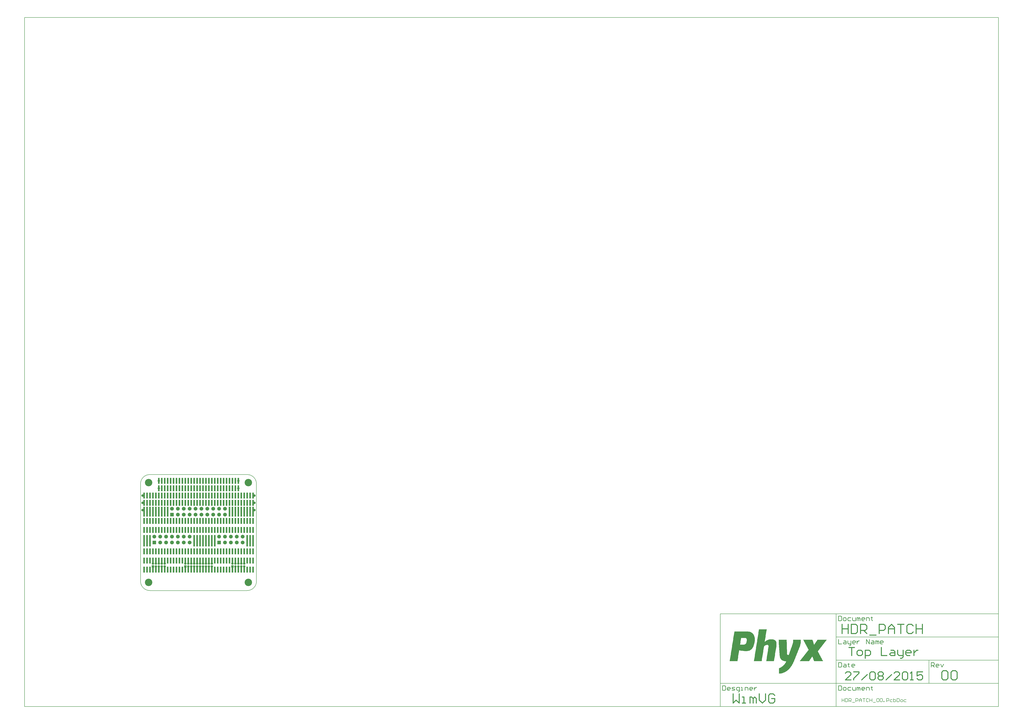
<source format=gtl>
G04 Layer_Physical_Order=1*
G04 Layer_Color=48896*
%FSLAX25Y25*%
%MOIN*%
G70*
G01*
G75*
%ADD10R,0.02953X0.09843*%
%ADD11R,0.02953X0.19685*%
%ADD12R,0.02953X0.16535*%
%ADD13C,0.01575*%
%ADD14R,0.03150X0.04134*%
%ADD15C,0.00787*%
%ADD16C,0.00984*%
%ADD17R,0.04134X0.04134*%
%ADD18C,0.04134*%
%ADD19R,0.06496X0.06496*%
%ADD20C,0.06496*%
%ADD21C,0.12598*%
G36*
X1121080Y-83717D02*
Y-84003D01*
Y-84290D01*
Y-84576D01*
Y-84862D01*
Y-85149D01*
Y-85435D01*
Y-85721D01*
Y-86007D01*
Y-86294D01*
Y-86580D01*
Y-86866D01*
Y-87153D01*
Y-87439D01*
Y-87725D01*
Y-88012D01*
Y-88298D01*
Y-88584D01*
Y-88871D01*
Y-89157D01*
Y-89443D01*
X1120793D01*
Y-89730D01*
Y-90016D01*
Y-90302D01*
Y-90588D01*
Y-90875D01*
X1120507D01*
Y-91161D01*
Y-91448D01*
Y-91734D01*
Y-92020D01*
X1120221D01*
Y-92306D01*
Y-92593D01*
Y-92879D01*
Y-93165D01*
X1119934D01*
Y-93452D01*
Y-93738D01*
Y-94024D01*
X1119648D01*
Y-94311D01*
Y-94597D01*
Y-94883D01*
X1119362D01*
Y-95170D01*
Y-95456D01*
Y-95742D01*
X1119075D01*
Y-96029D01*
Y-96315D01*
Y-96601D01*
X1118789D01*
Y-96887D01*
Y-97174D01*
X1118503D01*
Y-97460D01*
Y-97746D01*
X1118217D01*
Y-98033D01*
Y-98319D01*
Y-98605D01*
X1117930D01*
Y-98892D01*
Y-99178D01*
X1117644D01*
Y-99464D01*
Y-99751D01*
Y-100037D01*
X1117358D01*
Y-100323D01*
Y-100610D01*
X1117071D01*
Y-100896D01*
Y-101182D01*
Y-101468D01*
X1116785D01*
Y-101755D01*
Y-102041D01*
X1116499D01*
Y-102327D01*
Y-102614D01*
Y-102900D01*
X1116212D01*
Y-103186D01*
Y-103473D01*
X1115926D01*
Y-103759D01*
Y-104045D01*
Y-104332D01*
X1115640D01*
Y-104618D01*
Y-104904D01*
X1115353D01*
Y-105191D01*
Y-105477D01*
Y-105763D01*
X1115067D01*
Y-106049D01*
Y-106336D01*
X1114781D01*
Y-106622D01*
Y-106908D01*
Y-107195D01*
X1114494D01*
Y-107481D01*
Y-107767D01*
X1114208D01*
Y-108054D01*
Y-108340D01*
Y-108626D01*
X1113922D01*
Y-108913D01*
Y-109199D01*
X1113636D01*
Y-109485D01*
Y-109772D01*
Y-110058D01*
X1113349D01*
Y-110344D01*
Y-110630D01*
X1113063D01*
Y-110917D01*
Y-111203D01*
Y-111489D01*
X1112776D01*
Y-111776D01*
Y-112062D01*
X1112490D01*
Y-112348D01*
Y-112635D01*
Y-112921D01*
X1112204D01*
Y-113207D01*
Y-113494D01*
X1111918D01*
Y-113780D01*
Y-114066D01*
Y-114353D01*
X1111631D01*
Y-114639D01*
Y-114925D01*
X1111345D01*
Y-115211D01*
Y-115498D01*
Y-115784D01*
X1111059D01*
Y-116070D01*
Y-116357D01*
X1110772D01*
Y-116643D01*
Y-116929D01*
Y-117216D01*
X1110486D01*
Y-117502D01*
Y-117788D01*
X1110200D01*
Y-118075D01*
Y-118361D01*
Y-118647D01*
X1109913D01*
Y-118933D01*
Y-119220D01*
X1109627D01*
Y-119506D01*
Y-119792D01*
Y-120079D01*
X1109341D01*
Y-120365D01*
Y-120651D01*
X1109054D01*
Y-120938D01*
Y-121224D01*
X1108768D01*
Y-121510D01*
Y-121797D01*
X1108482D01*
Y-122083D01*
Y-122369D01*
Y-122656D01*
X1108195D01*
Y-122942D01*
X1107909D01*
Y-123228D01*
Y-123514D01*
Y-123801D01*
X1107623D01*
Y-124087D01*
X1107337D01*
Y-124373D01*
Y-124660D01*
X1107050D01*
Y-124946D01*
Y-125232D01*
X1106764D01*
Y-125519D01*
Y-125805D01*
X1106478D01*
Y-126091D01*
Y-126378D01*
X1106191D01*
Y-126664D01*
X1105905D01*
Y-126950D01*
Y-127237D01*
X1105619D01*
Y-127523D01*
Y-127809D01*
X1105332D01*
Y-128095D01*
X1105046D01*
Y-128382D01*
X1104760D01*
Y-128668D01*
Y-128954D01*
X1104473D01*
Y-129241D01*
X1104187D01*
Y-129527D01*
Y-129813D01*
X1103901D01*
Y-130100D01*
X1103615D01*
Y-130386D01*
X1103328D01*
Y-130672D01*
Y-130959D01*
X1103042D01*
Y-131245D01*
X1102756D01*
Y-131531D01*
X1102469D01*
Y-131818D01*
X1102183D01*
Y-132104D01*
X1101897D01*
Y-132390D01*
Y-132676D01*
X1101610D01*
Y-132963D01*
X1101324D01*
Y-133249D01*
X1101038D01*
Y-133535D01*
X1100751D01*
Y-133822D01*
X1100465D01*
Y-134108D01*
X1100179D01*
Y-134394D01*
X1099892D01*
Y-134681D01*
X1099320D01*
Y-134967D01*
X1099034D01*
Y-135253D01*
X1098747D01*
Y-135540D01*
X1098461D01*
Y-135826D01*
X1098175D01*
Y-136112D01*
X1097602D01*
Y-136399D01*
X1097316D01*
Y-136685D01*
X1096743D01*
Y-136971D01*
X1096457D01*
Y-137258D01*
X1095884D01*
Y-137544D01*
X1095598D01*
Y-137830D01*
X1095025D01*
Y-138117D01*
X1094452D01*
Y-138403D01*
X1093880D01*
Y-138689D01*
X1093307D01*
Y-138975D01*
X1092735D01*
Y-139262D01*
X1091876D01*
Y-139548D01*
X1091303D01*
Y-139834D01*
X1090444D01*
Y-140121D01*
X1089299D01*
Y-140407D01*
X1088154D01*
Y-140693D01*
X1086436D01*
Y-140980D01*
X1084432D01*
Y-141266D01*
X1084145D01*
Y-140980D01*
Y-140693D01*
Y-140407D01*
Y-140121D01*
Y-139834D01*
Y-139548D01*
Y-139262D01*
Y-138975D01*
Y-138689D01*
Y-138403D01*
Y-138117D01*
Y-137830D01*
Y-137544D01*
Y-137258D01*
Y-136971D01*
Y-136685D01*
Y-136399D01*
Y-136112D01*
Y-135826D01*
Y-135540D01*
Y-135253D01*
Y-134967D01*
Y-134681D01*
Y-134394D01*
Y-134108D01*
Y-133822D01*
Y-133535D01*
Y-133249D01*
Y-132963D01*
Y-132676D01*
Y-132390D01*
Y-132104D01*
Y-131818D01*
X1084718D01*
Y-131531D01*
X1085291D01*
Y-131245D01*
X1085863D01*
Y-130959D01*
X1086436D01*
Y-130672D01*
X1087008D01*
Y-130386D01*
X1087581D01*
Y-130100D01*
X1087867D01*
Y-129813D01*
X1088440D01*
Y-129527D01*
X1088726D01*
Y-129241D01*
X1089299D01*
Y-128954D01*
X1089585D01*
Y-128668D01*
X1089872D01*
Y-128382D01*
X1090444D01*
Y-128095D01*
X1090730D01*
Y-127809D01*
X1091017D01*
Y-127523D01*
X1091303D01*
Y-127237D01*
X1091589D01*
Y-126950D01*
X1091876D01*
Y-126664D01*
X1092162D01*
Y-126378D01*
X1092448D01*
Y-126091D01*
X1092735D01*
Y-125805D01*
X1093021D01*
Y-125519D01*
X1093307D01*
Y-125232D01*
X1093594D01*
Y-124946D01*
Y-124660D01*
X1093880D01*
Y-124373D01*
X1094166D01*
Y-124087D01*
X1094452D01*
Y-123801D01*
Y-123514D01*
X1094739D01*
Y-123228D01*
X1095025D01*
Y-122942D01*
Y-122656D01*
X1095311D01*
Y-122369D01*
Y-122083D01*
X1095598D01*
Y-121797D01*
X1095884D01*
Y-121510D01*
Y-121224D01*
X1096170D01*
Y-120938D01*
Y-120651D01*
X1096457D01*
Y-120365D01*
Y-120079D01*
X1094739D01*
Y-119792D01*
X1092735D01*
Y-119506D01*
X1091589D01*
Y-119220D01*
X1091017D01*
Y-118933D01*
X1090158D01*
Y-118647D01*
X1089585D01*
Y-118361D01*
X1089299D01*
Y-118075D01*
X1088726D01*
Y-117788D01*
X1088440D01*
Y-117502D01*
X1088154D01*
Y-117216D01*
X1087867D01*
Y-116929D01*
X1087581D01*
Y-116643D01*
X1087295D01*
Y-116357D01*
Y-116070D01*
X1087008D01*
Y-115784D01*
X1086722D01*
Y-115498D01*
Y-115211D01*
X1086436D01*
Y-114925D01*
Y-114639D01*
X1086149D01*
Y-114353D01*
Y-114066D01*
X1085863D01*
Y-113780D01*
Y-113494D01*
Y-113207D01*
X1085577D01*
Y-112921D01*
Y-112635D01*
Y-112348D01*
Y-112062D01*
X1085291D01*
Y-111776D01*
Y-111489D01*
Y-111203D01*
Y-110917D01*
Y-110630D01*
Y-110344D01*
Y-110058D01*
X1085004D01*
Y-109772D01*
Y-109485D01*
Y-109199D01*
Y-108913D01*
Y-108626D01*
Y-108340D01*
Y-108054D01*
Y-107767D01*
Y-107481D01*
Y-107195D01*
Y-106908D01*
Y-106622D01*
Y-106336D01*
Y-106049D01*
Y-105763D01*
X1084718D01*
Y-105477D01*
Y-105191D01*
Y-104904D01*
Y-104618D01*
Y-104332D01*
Y-104045D01*
Y-103759D01*
Y-103473D01*
Y-103186D01*
Y-102900D01*
Y-102614D01*
Y-102327D01*
Y-102041D01*
Y-101755D01*
Y-101468D01*
X1084432D01*
Y-101182D01*
Y-100896D01*
Y-100610D01*
Y-100323D01*
Y-100037D01*
Y-99751D01*
Y-99464D01*
Y-99178D01*
Y-98892D01*
Y-98605D01*
Y-98319D01*
Y-98033D01*
Y-97746D01*
Y-97460D01*
Y-97174D01*
Y-96887D01*
X1084145D01*
Y-96601D01*
Y-96315D01*
Y-96029D01*
Y-95742D01*
Y-95456D01*
Y-95170D01*
Y-94883D01*
Y-94597D01*
Y-94311D01*
Y-94024D01*
Y-93738D01*
Y-93452D01*
Y-93165D01*
Y-92879D01*
Y-92593D01*
Y-92306D01*
X1083859D01*
Y-92020D01*
Y-91734D01*
Y-91448D01*
Y-91161D01*
Y-90875D01*
Y-90588D01*
Y-90302D01*
Y-90016D01*
Y-89730D01*
Y-89443D01*
Y-89157D01*
Y-88871D01*
Y-88584D01*
Y-88298D01*
X1083573D01*
Y-88012D01*
Y-87725D01*
Y-87439D01*
Y-87153D01*
Y-86866D01*
Y-86580D01*
Y-86294D01*
Y-86007D01*
Y-85721D01*
Y-85435D01*
Y-85149D01*
Y-84862D01*
Y-84576D01*
Y-84290D01*
Y-84003D01*
Y-83717D01*
X1083286D01*
Y-83431D01*
X1097029D01*
Y-83717D01*
Y-84003D01*
Y-84290D01*
Y-84576D01*
Y-84862D01*
Y-85149D01*
Y-85435D01*
Y-85721D01*
Y-86007D01*
Y-86294D01*
Y-86580D01*
Y-86866D01*
Y-87153D01*
Y-87439D01*
X1097316D01*
Y-87725D01*
Y-88012D01*
Y-88298D01*
Y-88584D01*
Y-88871D01*
Y-89157D01*
Y-89443D01*
Y-89730D01*
Y-90016D01*
Y-90302D01*
Y-90588D01*
Y-90875D01*
Y-91161D01*
Y-91448D01*
Y-91734D01*
Y-92020D01*
Y-92306D01*
Y-92593D01*
Y-92879D01*
Y-93165D01*
Y-93452D01*
Y-93738D01*
Y-94024D01*
Y-94311D01*
Y-94597D01*
Y-94883D01*
Y-95170D01*
Y-95456D01*
Y-95742D01*
Y-96029D01*
Y-96315D01*
Y-96601D01*
Y-96887D01*
Y-97174D01*
Y-97460D01*
Y-97746D01*
Y-98033D01*
Y-98319D01*
Y-98605D01*
Y-98892D01*
Y-99178D01*
X1097602D01*
Y-99464D01*
X1097316D01*
Y-99751D01*
Y-100037D01*
X1097602D01*
Y-100323D01*
Y-100610D01*
Y-100896D01*
Y-101182D01*
Y-101468D01*
Y-101755D01*
Y-102041D01*
Y-102327D01*
Y-102614D01*
Y-102900D01*
Y-103186D01*
Y-103473D01*
Y-103759D01*
Y-104045D01*
Y-104332D01*
Y-104618D01*
Y-104904D01*
Y-105191D01*
Y-105477D01*
Y-105763D01*
Y-106049D01*
Y-106336D01*
Y-106622D01*
Y-106908D01*
Y-107195D01*
Y-107481D01*
X1097888D01*
Y-107767D01*
Y-108054D01*
Y-108340D01*
X1098175D01*
Y-108626D01*
X1098461D01*
Y-108913D01*
X1098747D01*
Y-109199D01*
X1099606D01*
Y-109485D01*
X1100465D01*
Y-109199D01*
X1100751D01*
Y-108913D01*
Y-108626D01*
Y-108340D01*
X1101038D01*
Y-108054D01*
Y-107767D01*
X1101324D01*
Y-107481D01*
Y-107195D01*
Y-106908D01*
X1101610D01*
Y-106622D01*
Y-106336D01*
Y-106049D01*
X1101897D01*
Y-105763D01*
Y-105477D01*
Y-105191D01*
X1102183D01*
Y-104904D01*
Y-104618D01*
Y-104332D01*
X1102469D01*
Y-104045D01*
Y-103759D01*
X1102756D01*
Y-103473D01*
Y-103186D01*
Y-102900D01*
X1103042D01*
Y-102614D01*
Y-102327D01*
Y-102041D01*
X1103328D01*
Y-101755D01*
Y-101468D01*
Y-101182D01*
X1103615D01*
Y-100896D01*
Y-100610D01*
X1103901D01*
Y-100323D01*
Y-100037D01*
Y-99751D01*
X1104187D01*
Y-99464D01*
Y-99178D01*
Y-98892D01*
X1104473D01*
Y-98605D01*
Y-98319D01*
Y-98033D01*
X1104760D01*
Y-97746D01*
Y-97460D01*
X1105046D01*
Y-97174D01*
Y-96887D01*
Y-96601D01*
X1105332D01*
Y-96315D01*
Y-96029D01*
Y-95742D01*
X1105619D01*
Y-95456D01*
Y-95170D01*
Y-94883D01*
X1105905D01*
Y-94597D01*
Y-94311D01*
X1106191D01*
Y-94024D01*
Y-93738D01*
Y-93452D01*
X1106478D01*
Y-93165D01*
Y-92879D01*
Y-92593D01*
X1106764D01*
Y-92306D01*
Y-92020D01*
Y-91734D01*
X1107050D01*
Y-91448D01*
Y-91161D01*
Y-90875D01*
Y-90588D01*
X1107337D01*
Y-90302D01*
Y-90016D01*
Y-89730D01*
Y-89443D01*
X1107623D01*
Y-89157D01*
Y-88871D01*
Y-88584D01*
Y-88298D01*
Y-88012D01*
X1107909D01*
Y-87725D01*
Y-87439D01*
Y-87153D01*
Y-86866D01*
Y-86580D01*
Y-86294D01*
X1108195D01*
Y-86007D01*
Y-85721D01*
Y-85435D01*
Y-85149D01*
Y-84862D01*
Y-84576D01*
Y-84290D01*
Y-84003D01*
Y-83717D01*
Y-83431D01*
X1121080D01*
Y-83717D01*
D02*
G37*
G36*
X1063244Y-66252D02*
Y-66538D01*
X1062958D01*
Y-66825D01*
Y-67111D01*
Y-67397D01*
Y-67684D01*
Y-67970D01*
Y-68256D01*
X1062672D01*
Y-68542D01*
Y-68829D01*
Y-69115D01*
Y-69401D01*
Y-69688D01*
Y-69974D01*
X1062385D01*
Y-70260D01*
Y-70547D01*
Y-70833D01*
Y-71119D01*
Y-71406D01*
Y-71692D01*
Y-71978D01*
X1062099D01*
Y-72264D01*
Y-72551D01*
Y-72837D01*
Y-73123D01*
Y-73410D01*
Y-73696D01*
X1061813D01*
Y-73982D01*
Y-74269D01*
Y-74555D01*
Y-74841D01*
Y-75128D01*
Y-75414D01*
X1061526D01*
Y-75700D01*
Y-75987D01*
Y-76273D01*
Y-76559D01*
Y-76846D01*
Y-77132D01*
Y-77418D01*
X1061240D01*
Y-77704D01*
Y-77991D01*
Y-78277D01*
Y-78563D01*
Y-78850D01*
Y-79136D01*
X1060954D01*
Y-79422D01*
Y-79709D01*
Y-79995D01*
Y-80281D01*
Y-80568D01*
Y-80854D01*
X1060668D01*
Y-81140D01*
Y-81427D01*
Y-81713D01*
Y-81999D01*
Y-82285D01*
Y-82572D01*
X1060381D01*
Y-82858D01*
Y-83144D01*
Y-83431D01*
Y-83717D01*
Y-84003D01*
Y-84290D01*
Y-84576D01*
X1060095D01*
Y-84862D01*
Y-85149D01*
Y-85435D01*
Y-85721D01*
Y-86007D01*
Y-86294D01*
X1059809D01*
Y-86580D01*
Y-86866D01*
X1060381D01*
Y-86580D01*
X1060668D01*
Y-86294D01*
X1060954D01*
Y-86007D01*
X1061526D01*
Y-85721D01*
X1061813D01*
Y-85435D01*
X1062099D01*
Y-85149D01*
X1062672D01*
Y-84862D01*
X1063244D01*
Y-84576D01*
X1063531D01*
Y-84290D01*
X1064103D01*
Y-84003D01*
X1064962D01*
Y-83717D01*
X1065535D01*
Y-83431D01*
X1066394D01*
Y-83144D01*
X1067825D01*
Y-82858D01*
X1074124D01*
Y-83144D01*
X1075270D01*
Y-83431D01*
X1076128D01*
Y-83717D01*
X1076701D01*
Y-84003D01*
X1076987D01*
Y-84290D01*
X1077560D01*
Y-84576D01*
X1077846D01*
Y-84862D01*
X1078133D01*
Y-85149D01*
X1078419D01*
Y-85435D01*
X1078705D01*
Y-85721D01*
Y-86007D01*
X1078992D01*
Y-86294D01*
Y-86580D01*
X1079278D01*
Y-86866D01*
Y-87153D01*
Y-87439D01*
X1079564D01*
Y-87725D01*
Y-88012D01*
Y-88298D01*
Y-88584D01*
X1079850D01*
Y-88871D01*
Y-89157D01*
Y-89443D01*
Y-89730D01*
Y-90016D01*
Y-90302D01*
Y-90588D01*
Y-90875D01*
Y-91161D01*
Y-91448D01*
Y-91734D01*
Y-92020D01*
Y-92306D01*
Y-92593D01*
Y-92879D01*
Y-93165D01*
Y-93452D01*
Y-93738D01*
X1079564D01*
Y-94024D01*
Y-94311D01*
Y-94597D01*
Y-94883D01*
Y-95170D01*
Y-95456D01*
Y-95742D01*
X1079278D01*
Y-96029D01*
Y-96315D01*
Y-96601D01*
Y-96887D01*
Y-97174D01*
Y-97460D01*
Y-97746D01*
X1078992D01*
Y-98033D01*
Y-98319D01*
Y-98605D01*
Y-98892D01*
Y-99178D01*
Y-99464D01*
X1078705D01*
Y-99751D01*
Y-100037D01*
Y-100323D01*
Y-100610D01*
Y-100896D01*
Y-101182D01*
X1078419D01*
Y-101468D01*
Y-101755D01*
Y-102041D01*
Y-102327D01*
Y-102614D01*
Y-102900D01*
X1078133D01*
Y-103186D01*
Y-103473D01*
Y-103759D01*
Y-104045D01*
Y-104332D01*
Y-104618D01*
Y-104904D01*
X1077846D01*
Y-105191D01*
Y-105477D01*
Y-105763D01*
Y-106049D01*
Y-106336D01*
Y-106622D01*
X1077560D01*
Y-106908D01*
Y-107195D01*
Y-107481D01*
Y-107767D01*
Y-108054D01*
Y-108340D01*
X1077274D01*
Y-108626D01*
Y-108913D01*
Y-109199D01*
Y-109485D01*
Y-109772D01*
Y-110058D01*
Y-110344D01*
X1076987D01*
Y-110630D01*
Y-110917D01*
Y-111203D01*
Y-111489D01*
Y-111776D01*
Y-112062D01*
X1076701D01*
Y-112348D01*
Y-112635D01*
Y-112921D01*
Y-113207D01*
Y-113494D01*
Y-113780D01*
X1076415D01*
Y-114066D01*
Y-114353D01*
Y-114639D01*
Y-114925D01*
Y-115211D01*
Y-115498D01*
X1076128D01*
Y-115784D01*
Y-116070D01*
Y-116357D01*
Y-116643D01*
Y-116929D01*
Y-117216D01*
Y-117502D01*
X1075842D01*
Y-117788D01*
Y-118075D01*
Y-118361D01*
Y-118647D01*
Y-118933D01*
Y-119220D01*
X1075556D01*
Y-119506D01*
Y-119792D01*
X1062385D01*
Y-119506D01*
Y-119220D01*
X1062672D01*
Y-118933D01*
Y-118647D01*
Y-118361D01*
Y-118075D01*
Y-117788D01*
Y-117502D01*
X1062958D01*
Y-117216D01*
Y-116929D01*
Y-116643D01*
Y-116357D01*
Y-116070D01*
Y-115784D01*
Y-115498D01*
X1063244D01*
Y-115211D01*
Y-114925D01*
Y-114639D01*
Y-114353D01*
Y-114066D01*
Y-113780D01*
X1063531D01*
Y-113494D01*
Y-113207D01*
Y-112921D01*
Y-112635D01*
Y-112348D01*
Y-112062D01*
X1063817D01*
Y-111776D01*
Y-111489D01*
Y-111203D01*
Y-110917D01*
Y-110630D01*
Y-110344D01*
Y-110058D01*
X1064103D01*
Y-109772D01*
Y-109485D01*
Y-109199D01*
Y-108913D01*
Y-108626D01*
Y-108340D01*
X1064390D01*
Y-108054D01*
Y-107767D01*
Y-107481D01*
Y-107195D01*
Y-106908D01*
Y-106622D01*
Y-106336D01*
X1064676D01*
Y-106049D01*
Y-105763D01*
Y-105477D01*
Y-105191D01*
Y-104904D01*
Y-104618D01*
X1064962D01*
Y-104332D01*
Y-104045D01*
Y-103759D01*
Y-103473D01*
Y-103186D01*
Y-102900D01*
X1065249D01*
Y-102614D01*
Y-102327D01*
Y-102041D01*
Y-101755D01*
Y-101468D01*
Y-101182D01*
X1065535D01*
Y-100896D01*
Y-100610D01*
Y-100323D01*
Y-100037D01*
Y-99751D01*
Y-99464D01*
Y-99178D01*
X1065821D01*
Y-98892D01*
Y-98605D01*
Y-98319D01*
Y-98033D01*
Y-97746D01*
Y-97460D01*
X1066107D01*
Y-97174D01*
Y-96887D01*
Y-96601D01*
Y-96315D01*
Y-96029D01*
Y-95742D01*
Y-95456D01*
X1066394D01*
Y-95170D01*
Y-94883D01*
Y-94597D01*
Y-94311D01*
Y-94024D01*
Y-93738D01*
X1066107D01*
Y-93452D01*
Y-93165D01*
X1065821D01*
Y-92879D01*
X1065535D01*
Y-92593D01*
X1064962D01*
Y-92306D01*
X1063244D01*
Y-92593D01*
X1061813D01*
Y-92879D01*
X1060954D01*
Y-93165D01*
X1060381D01*
Y-93452D01*
X1060095D01*
Y-93738D01*
X1059522D01*
Y-94024D01*
X1059236D01*
Y-94311D01*
X1058950D01*
Y-94597D01*
Y-94883D01*
X1058663D01*
Y-95170D01*
Y-95456D01*
Y-95742D01*
X1058377D01*
Y-96029D01*
Y-96315D01*
Y-96601D01*
Y-96887D01*
Y-97174D01*
Y-97460D01*
X1058091D01*
Y-97746D01*
Y-98033D01*
Y-98319D01*
Y-98605D01*
Y-98892D01*
Y-99178D01*
Y-99464D01*
X1057804D01*
Y-99751D01*
Y-100037D01*
Y-100323D01*
Y-100610D01*
Y-100896D01*
Y-101182D01*
X1057518D01*
Y-101468D01*
Y-101755D01*
Y-102041D01*
Y-102327D01*
Y-102614D01*
Y-102900D01*
X1057232D01*
Y-103186D01*
Y-103473D01*
Y-103759D01*
Y-104045D01*
Y-104332D01*
Y-104618D01*
X1056946D01*
Y-104904D01*
Y-105191D01*
Y-105477D01*
Y-105763D01*
Y-106049D01*
Y-106336D01*
Y-106622D01*
X1056659D01*
Y-106908D01*
Y-107195D01*
Y-107481D01*
Y-107767D01*
Y-108054D01*
Y-108340D01*
X1056373D01*
Y-108626D01*
Y-108913D01*
Y-109199D01*
Y-109485D01*
Y-109772D01*
Y-110058D01*
X1056087D01*
Y-110344D01*
Y-110630D01*
Y-110917D01*
Y-111203D01*
Y-111489D01*
Y-111776D01*
Y-112062D01*
X1055800D01*
Y-112348D01*
Y-112635D01*
Y-112921D01*
Y-113207D01*
Y-113494D01*
Y-113780D01*
X1055514D01*
Y-114066D01*
Y-114353D01*
Y-114639D01*
Y-114925D01*
Y-115211D01*
Y-115498D01*
X1055228D01*
Y-115784D01*
Y-116070D01*
Y-116357D01*
Y-116643D01*
Y-116929D01*
Y-117216D01*
X1054941D01*
Y-117502D01*
Y-117788D01*
Y-118075D01*
Y-118361D01*
Y-118647D01*
Y-118933D01*
Y-119220D01*
X1054655D01*
Y-119506D01*
Y-119792D01*
X1041485D01*
Y-119506D01*
Y-119220D01*
X1041771D01*
Y-118933D01*
Y-118647D01*
Y-118361D01*
Y-118075D01*
Y-117788D01*
Y-117502D01*
Y-117216D01*
X1042057D01*
Y-116929D01*
Y-116643D01*
Y-116357D01*
Y-116070D01*
Y-115784D01*
Y-115498D01*
X1042344D01*
Y-115211D01*
Y-114925D01*
Y-114639D01*
Y-114353D01*
Y-114066D01*
Y-113780D01*
X1042630D01*
Y-113494D01*
Y-113207D01*
Y-112921D01*
Y-112635D01*
Y-112348D01*
Y-112062D01*
Y-111776D01*
X1042916D01*
Y-111489D01*
Y-111203D01*
Y-110917D01*
Y-110630D01*
Y-110344D01*
Y-110058D01*
X1043202D01*
Y-109772D01*
Y-109485D01*
Y-109199D01*
Y-108913D01*
Y-108626D01*
Y-108340D01*
X1043489D01*
Y-108054D01*
Y-107767D01*
Y-107481D01*
Y-107195D01*
Y-106908D01*
Y-106622D01*
X1043775D01*
Y-106336D01*
Y-106049D01*
Y-105763D01*
Y-105477D01*
Y-105191D01*
Y-104904D01*
Y-104618D01*
X1044061D01*
Y-104332D01*
Y-104045D01*
Y-103759D01*
Y-103473D01*
Y-103186D01*
Y-102900D01*
X1044348D01*
Y-102614D01*
Y-102327D01*
Y-102041D01*
Y-101755D01*
Y-101468D01*
Y-101182D01*
X1044634D01*
Y-100896D01*
Y-100610D01*
Y-100323D01*
Y-100037D01*
Y-99751D01*
Y-99464D01*
Y-99178D01*
X1044920D01*
Y-98892D01*
Y-98605D01*
Y-98319D01*
Y-98033D01*
Y-97746D01*
Y-97460D01*
X1045207D01*
Y-97174D01*
Y-96887D01*
Y-96601D01*
Y-96315D01*
Y-96029D01*
Y-95742D01*
X1045493D01*
Y-95456D01*
Y-95170D01*
Y-94883D01*
Y-94597D01*
Y-94311D01*
Y-94024D01*
X1045779D01*
Y-93738D01*
Y-93452D01*
Y-93165D01*
Y-92879D01*
Y-92593D01*
Y-92306D01*
Y-92020D01*
X1046066D01*
Y-91734D01*
Y-91448D01*
Y-91161D01*
Y-90875D01*
Y-90588D01*
Y-90302D01*
X1046352D01*
Y-90016D01*
Y-89730D01*
Y-89443D01*
Y-89157D01*
Y-88871D01*
Y-88584D01*
X1046638D01*
Y-88298D01*
Y-88012D01*
Y-87725D01*
Y-87439D01*
Y-87153D01*
Y-86866D01*
X1046925D01*
Y-86580D01*
Y-86294D01*
Y-86007D01*
Y-85721D01*
Y-85435D01*
Y-85149D01*
Y-84862D01*
X1047211D01*
Y-84576D01*
Y-84290D01*
Y-84003D01*
Y-83717D01*
Y-83431D01*
Y-83144D01*
X1047497D01*
Y-82858D01*
Y-82572D01*
Y-82285D01*
Y-81999D01*
Y-81713D01*
Y-81427D01*
X1047783D01*
Y-81140D01*
Y-80854D01*
Y-80568D01*
Y-80281D01*
Y-79995D01*
Y-79709D01*
Y-79422D01*
X1048070D01*
Y-79136D01*
Y-78850D01*
Y-78563D01*
Y-78277D01*
Y-77991D01*
Y-77704D01*
X1048356D01*
Y-77418D01*
Y-77132D01*
Y-76846D01*
Y-76559D01*
Y-76273D01*
Y-75987D01*
X1048642D01*
Y-75700D01*
Y-75414D01*
Y-75128D01*
Y-74841D01*
Y-74555D01*
Y-74269D01*
X1048929D01*
Y-73982D01*
Y-73696D01*
Y-73410D01*
Y-73123D01*
Y-72837D01*
Y-72551D01*
Y-72264D01*
X1049215D01*
Y-71978D01*
Y-71692D01*
Y-71406D01*
Y-71119D01*
Y-70833D01*
Y-70547D01*
X1049501D01*
Y-70260D01*
Y-69974D01*
Y-69688D01*
Y-69401D01*
Y-69115D01*
Y-68829D01*
X1049788D01*
Y-68542D01*
Y-68256D01*
Y-67970D01*
Y-67684D01*
Y-67397D01*
Y-67111D01*
Y-66825D01*
X1050074D01*
Y-66538D01*
Y-66252D01*
Y-65966D01*
X1063244D01*
Y-66252D01*
D02*
G37*
G36*
X1032036Y-69688D02*
X1033754D01*
Y-69974D01*
X1034613D01*
Y-70260D01*
X1035472D01*
Y-70547D01*
X1036331D01*
Y-70833D01*
X1036904D01*
Y-71119D01*
X1037190D01*
Y-71406D01*
X1037763D01*
Y-71692D01*
X1038049D01*
Y-71978D01*
X1038622D01*
Y-72264D01*
X1038908D01*
Y-72551D01*
X1039194D01*
Y-72837D01*
X1039480D01*
Y-73123D01*
X1039767D01*
Y-73410D01*
X1040053D01*
Y-73696D01*
X1040339D01*
Y-73982D01*
Y-74269D01*
X1040626D01*
Y-74555D01*
X1040912D01*
Y-74841D01*
Y-75128D01*
X1041198D01*
Y-75414D01*
X1041485D01*
Y-75700D01*
Y-75987D01*
X1041771D01*
Y-76273D01*
Y-76559D01*
Y-76846D01*
X1042057D01*
Y-77132D01*
Y-77418D01*
Y-77704D01*
X1042344D01*
Y-77991D01*
Y-78277D01*
Y-78563D01*
Y-78850D01*
X1042630D01*
Y-79136D01*
Y-79422D01*
Y-79709D01*
Y-79995D01*
Y-80281D01*
X1042916D01*
Y-80568D01*
Y-80854D01*
Y-81140D01*
Y-81427D01*
Y-81713D01*
Y-81999D01*
Y-82285D01*
Y-82572D01*
Y-82858D01*
Y-83144D01*
Y-83431D01*
Y-83717D01*
Y-84003D01*
Y-84290D01*
Y-84576D01*
Y-84862D01*
Y-85149D01*
Y-85435D01*
Y-85721D01*
Y-86007D01*
X1042630D01*
Y-86294D01*
Y-86580D01*
Y-86866D01*
Y-87153D01*
Y-87439D01*
Y-87725D01*
Y-88012D01*
X1042344D01*
Y-88298D01*
Y-88584D01*
Y-88871D01*
Y-89157D01*
Y-89443D01*
X1042057D01*
Y-89730D01*
Y-90016D01*
Y-90302D01*
Y-90588D01*
Y-90875D01*
X1041771D01*
Y-91161D01*
Y-91448D01*
Y-91734D01*
X1041485D01*
Y-92020D01*
Y-92306D01*
Y-92593D01*
Y-92879D01*
X1041198D01*
Y-93165D01*
Y-93452D01*
Y-93738D01*
X1040912D01*
Y-94024D01*
Y-94311D01*
X1040626D01*
Y-94597D01*
Y-94883D01*
Y-95170D01*
X1040339D01*
Y-95456D01*
Y-95742D01*
X1040053D01*
Y-96029D01*
Y-96315D01*
X1039767D01*
Y-96601D01*
Y-96887D01*
X1039480D01*
Y-97174D01*
X1039194D01*
Y-97460D01*
Y-97746D01*
X1038908D01*
Y-98033D01*
X1038622D01*
Y-98319D01*
X1038335D01*
Y-98605D01*
Y-98892D01*
X1038049D01*
Y-99178D01*
X1037763D01*
Y-99464D01*
X1037476D01*
Y-99751D01*
X1037190D01*
Y-100037D01*
X1036904D01*
Y-100323D01*
X1036331D01*
Y-100610D01*
X1036045D01*
Y-100896D01*
X1035472D01*
Y-101182D01*
X1035186D01*
Y-101468D01*
X1034613D01*
Y-101755D01*
X1033754D01*
Y-102041D01*
X1032895D01*
Y-102327D01*
X1032036D01*
Y-102614D01*
X1030318D01*
Y-102900D01*
X1025165D01*
Y-102614D01*
X1022588D01*
Y-102327D01*
X1020584D01*
Y-102041D01*
X1019152D01*
Y-101755D01*
X1017721D01*
Y-101468D01*
X1016289D01*
Y-101755D01*
Y-102041D01*
Y-102327D01*
Y-102614D01*
Y-102900D01*
Y-103186D01*
Y-103473D01*
X1016003D01*
Y-103759D01*
Y-104045D01*
Y-104332D01*
Y-104618D01*
Y-104904D01*
Y-105191D01*
X1015716D01*
Y-105477D01*
Y-105763D01*
Y-106049D01*
Y-106336D01*
Y-106622D01*
Y-106908D01*
X1015430D01*
Y-107195D01*
Y-107481D01*
Y-107767D01*
Y-108054D01*
Y-108340D01*
Y-108626D01*
Y-108913D01*
X1015144D01*
Y-109199D01*
Y-109485D01*
Y-109772D01*
Y-110058D01*
Y-110344D01*
Y-110630D01*
X1014857D01*
Y-110917D01*
Y-111203D01*
Y-111489D01*
Y-111776D01*
Y-112062D01*
Y-112348D01*
X1014571D01*
Y-112635D01*
Y-112921D01*
Y-113207D01*
Y-113494D01*
Y-113780D01*
Y-114066D01*
Y-114353D01*
X1014285D01*
Y-114639D01*
Y-114925D01*
Y-115211D01*
Y-115498D01*
Y-115784D01*
Y-116070D01*
X1013999D01*
Y-116357D01*
Y-116643D01*
Y-116929D01*
Y-117216D01*
Y-117502D01*
Y-117788D01*
X1013712D01*
Y-118075D01*
Y-118361D01*
Y-118647D01*
Y-118933D01*
Y-119220D01*
Y-119506D01*
Y-119792D01*
X1000256D01*
Y-119506D01*
X1000542D01*
Y-119220D01*
Y-118933D01*
Y-118647D01*
Y-118361D01*
Y-118075D01*
X1000828D01*
Y-117788D01*
Y-117502D01*
Y-117216D01*
Y-116929D01*
Y-116643D01*
Y-116357D01*
Y-116070D01*
X1001114D01*
Y-115784D01*
Y-115498D01*
Y-115211D01*
Y-114925D01*
Y-114639D01*
Y-114353D01*
X1001401D01*
Y-114066D01*
Y-113780D01*
Y-113494D01*
Y-113207D01*
Y-112921D01*
Y-112635D01*
X1001687D01*
Y-112348D01*
Y-112062D01*
Y-111776D01*
Y-111489D01*
Y-111203D01*
Y-110917D01*
Y-110630D01*
X1001974D01*
Y-110344D01*
Y-110058D01*
Y-109772D01*
Y-109485D01*
Y-109199D01*
Y-108913D01*
X1002260D01*
Y-108626D01*
Y-108340D01*
Y-108054D01*
Y-107767D01*
Y-107481D01*
Y-107195D01*
X1002546D01*
Y-106908D01*
Y-106622D01*
Y-106336D01*
Y-106049D01*
Y-105763D01*
Y-105477D01*
X1002832D01*
Y-105191D01*
Y-104904D01*
Y-104618D01*
Y-104332D01*
Y-104045D01*
Y-103759D01*
Y-103473D01*
X1003119D01*
Y-103186D01*
Y-102900D01*
Y-102614D01*
Y-102327D01*
Y-102041D01*
Y-101755D01*
X1003405D01*
Y-101468D01*
Y-101182D01*
Y-100896D01*
Y-100610D01*
Y-100323D01*
Y-100037D01*
X1003691D01*
Y-99751D01*
Y-99464D01*
Y-99178D01*
Y-98892D01*
Y-98605D01*
Y-98319D01*
X1003978D01*
Y-98033D01*
Y-97746D01*
Y-97460D01*
Y-97174D01*
Y-96887D01*
Y-96601D01*
Y-96315D01*
X1004264D01*
Y-96029D01*
Y-95742D01*
Y-95456D01*
Y-95170D01*
Y-94883D01*
Y-94597D01*
X1004550D01*
Y-94311D01*
Y-94024D01*
Y-93738D01*
Y-93452D01*
Y-93165D01*
Y-92879D01*
X1004837D01*
Y-92593D01*
Y-92306D01*
Y-92020D01*
Y-91734D01*
Y-91448D01*
Y-91161D01*
Y-90875D01*
X1005123D01*
Y-90588D01*
Y-90302D01*
Y-90016D01*
Y-89730D01*
Y-89443D01*
Y-89157D01*
X1005409D01*
Y-88871D01*
Y-88584D01*
Y-88298D01*
Y-88012D01*
Y-87725D01*
Y-87439D01*
X1005696D01*
Y-87153D01*
Y-86866D01*
Y-86580D01*
Y-86294D01*
Y-86007D01*
Y-85721D01*
X1005982D01*
Y-85435D01*
Y-85149D01*
Y-84862D01*
Y-84576D01*
Y-84290D01*
Y-84003D01*
Y-83717D01*
X1006268D01*
Y-83431D01*
Y-83144D01*
Y-82858D01*
Y-82572D01*
Y-82285D01*
Y-81999D01*
X1006555D01*
Y-81713D01*
Y-81427D01*
Y-81140D01*
Y-80854D01*
Y-80568D01*
Y-80281D01*
X1006841D01*
Y-79995D01*
Y-79709D01*
Y-79422D01*
Y-79136D01*
Y-78850D01*
Y-78563D01*
Y-78277D01*
X1007127D01*
Y-77991D01*
Y-77704D01*
Y-77418D01*
Y-77132D01*
Y-76846D01*
Y-76559D01*
X1007413D01*
Y-76273D01*
Y-75987D01*
Y-75700D01*
Y-75414D01*
Y-75128D01*
Y-74841D01*
X1007700D01*
Y-74555D01*
Y-74269D01*
Y-73982D01*
Y-73696D01*
Y-73410D01*
Y-73123D01*
Y-72837D01*
X1007986D01*
Y-72551D01*
Y-72264D01*
Y-71978D01*
Y-71692D01*
Y-71406D01*
Y-71119D01*
X1008272D01*
Y-70833D01*
Y-70547D01*
Y-70260D01*
Y-69974D01*
Y-69688D01*
Y-69401D01*
X1032036D01*
Y-69688D01*
D02*
G37*
G36*
X1165172Y-83717D02*
X1164886D01*
Y-84003D01*
X1164599D01*
Y-84290D01*
Y-84576D01*
X1164313D01*
Y-84862D01*
X1164027D01*
Y-85149D01*
X1163740D01*
Y-85435D01*
Y-85721D01*
X1163454D01*
Y-86007D01*
X1163168D01*
Y-86294D01*
X1162881D01*
Y-86580D01*
X1162595D01*
Y-86866D01*
Y-87153D01*
X1162309D01*
Y-87439D01*
X1162022D01*
Y-87725D01*
X1161736D01*
Y-88012D01*
Y-88298D01*
X1161450D01*
Y-88584D01*
X1161163D01*
Y-88871D01*
X1160877D01*
Y-89157D01*
X1160591D01*
Y-89443D01*
Y-89730D01*
X1160305D01*
Y-90016D01*
X1160018D01*
Y-90302D01*
X1159732D01*
Y-90588D01*
Y-90875D01*
X1159445D01*
Y-91161D01*
X1159159D01*
Y-91448D01*
X1158873D01*
Y-91734D01*
Y-92020D01*
X1158587D01*
Y-92306D01*
X1158300D01*
Y-92593D01*
X1158014D01*
Y-92879D01*
X1157728D01*
Y-93165D01*
Y-93452D01*
X1157441D01*
Y-93738D01*
X1157155D01*
Y-94024D01*
X1156869D01*
Y-94311D01*
Y-94597D01*
X1156582D01*
Y-94883D01*
X1156296D01*
Y-95170D01*
X1156010D01*
Y-95456D01*
Y-95742D01*
X1155723D01*
Y-96029D01*
X1155437D01*
Y-96315D01*
X1155151D01*
Y-96601D01*
X1154865D01*
Y-96887D01*
Y-97174D01*
X1154578D01*
Y-97460D01*
X1154292D01*
Y-97746D01*
X1154006D01*
Y-98033D01*
Y-98319D01*
X1153719D01*
Y-98605D01*
X1153433D01*
Y-98892D01*
X1153147D01*
Y-99178D01*
Y-99464D01*
X1152860D01*
Y-99751D01*
X1152574D01*
Y-100037D01*
X1152288D01*
Y-100323D01*
X1152001D01*
Y-100610D01*
Y-100896D01*
X1151715D01*
Y-101182D01*
X1151429D01*
Y-101468D01*
X1151142D01*
Y-101755D01*
Y-102041D01*
X1150856D01*
Y-102327D01*
X1150570D01*
Y-102614D01*
X1150284D01*
Y-102900D01*
X1149997D01*
Y-103186D01*
Y-103473D01*
X1150284D01*
Y-103759D01*
Y-104045D01*
X1150570D01*
Y-104332D01*
Y-104618D01*
X1150856D01*
Y-104904D01*
X1151142D01*
Y-105191D01*
Y-105477D01*
X1151429D01*
Y-105763D01*
Y-106049D01*
X1151715D01*
Y-106336D01*
Y-106622D01*
X1152001D01*
Y-106908D01*
Y-107195D01*
X1152288D01*
Y-107481D01*
Y-107767D01*
X1152574D01*
Y-108054D01*
Y-108340D01*
X1152860D01*
Y-108626D01*
Y-108913D01*
X1153147D01*
Y-109199D01*
Y-109485D01*
X1153433D01*
Y-109772D01*
X1153719D01*
Y-110058D01*
Y-110344D01*
X1154006D01*
Y-110630D01*
Y-110917D01*
X1154292D01*
Y-111203D01*
Y-111489D01*
X1154578D01*
Y-111776D01*
Y-112062D01*
X1154865D01*
Y-112348D01*
Y-112635D01*
X1155151D01*
Y-112921D01*
Y-113207D01*
X1155437D01*
Y-113494D01*
Y-113780D01*
X1155723D01*
Y-114066D01*
X1156010D01*
Y-114353D01*
Y-114639D01*
X1156296D01*
Y-114925D01*
Y-115211D01*
X1156582D01*
Y-115498D01*
Y-115784D01*
X1156869D01*
Y-116070D01*
Y-116357D01*
X1157155D01*
Y-116643D01*
Y-116929D01*
X1157441D01*
Y-117216D01*
Y-117502D01*
X1157728D01*
Y-117788D01*
Y-118075D01*
X1158014D01*
Y-118361D01*
X1158300D01*
Y-118647D01*
Y-118933D01*
X1158587D01*
Y-119220D01*
Y-119506D01*
X1158873D01*
Y-119792D01*
X1143698D01*
Y-119506D01*
X1143412D01*
Y-119220D01*
Y-118933D01*
Y-118647D01*
X1143126D01*
Y-118361D01*
Y-118075D01*
Y-117788D01*
X1142839D01*
Y-117502D01*
Y-117216D01*
X1142553D01*
Y-116929D01*
Y-116643D01*
Y-116357D01*
X1142267D01*
Y-116070D01*
Y-115784D01*
Y-115498D01*
X1141980D01*
Y-115211D01*
Y-114925D01*
X1141694D01*
Y-114639D01*
Y-114353D01*
Y-114066D01*
X1141408D01*
Y-113780D01*
Y-113494D01*
Y-113207D01*
X1141121D01*
Y-112921D01*
Y-112635D01*
Y-112348D01*
X1140835D01*
Y-112062D01*
X1140263D01*
Y-112348D01*
Y-112635D01*
X1139976D01*
Y-112921D01*
X1139690D01*
Y-113207D01*
Y-113494D01*
X1139404D01*
Y-113780D01*
X1139117D01*
Y-114066D01*
Y-114353D01*
X1138831D01*
Y-114639D01*
X1138545D01*
Y-114925D01*
Y-115211D01*
X1138258D01*
Y-115498D01*
X1137972D01*
Y-115784D01*
X1137686D01*
Y-116070D01*
Y-116357D01*
X1137399D01*
Y-116643D01*
X1137113D01*
Y-116929D01*
Y-117216D01*
X1136827D01*
Y-117502D01*
X1136541D01*
Y-117788D01*
Y-118075D01*
X1136254D01*
Y-118361D01*
X1135968D01*
Y-118647D01*
Y-118933D01*
X1135682D01*
Y-119220D01*
X1135395D01*
Y-119506D01*
Y-119792D01*
X1119362D01*
Y-119506D01*
X1119648D01*
Y-119220D01*
X1119934D01*
Y-118933D01*
X1120221D01*
Y-118647D01*
X1120507D01*
Y-118361D01*
Y-118075D01*
X1120793D01*
Y-117788D01*
X1121080D01*
Y-117502D01*
X1121366D01*
Y-117216D01*
X1121652D01*
Y-116929D01*
Y-116643D01*
X1121939D01*
Y-116357D01*
X1122225D01*
Y-116070D01*
X1122511D01*
Y-115784D01*
Y-115498D01*
X1122797D01*
Y-115211D01*
X1123084D01*
Y-114925D01*
X1123370D01*
Y-114639D01*
X1123656D01*
Y-114353D01*
Y-114066D01*
X1123943D01*
Y-113780D01*
X1124229D01*
Y-113494D01*
X1124515D01*
Y-113207D01*
X1124802D01*
Y-112921D01*
Y-112635D01*
X1125088D01*
Y-112348D01*
X1125374D01*
Y-112062D01*
X1125661D01*
Y-111776D01*
Y-111489D01*
X1125947D01*
Y-111203D01*
X1126233D01*
Y-110917D01*
X1126519D01*
Y-110630D01*
X1126806D01*
Y-110344D01*
Y-110058D01*
X1127092D01*
Y-109772D01*
X1127378D01*
Y-109485D01*
X1127665D01*
Y-109199D01*
Y-108913D01*
X1127951D01*
Y-108626D01*
X1128237D01*
Y-108340D01*
X1128524D01*
Y-108054D01*
X1128810D01*
Y-107767D01*
Y-107481D01*
X1129096D01*
Y-107195D01*
X1129383D01*
Y-106908D01*
X1129669D01*
Y-106622D01*
Y-106336D01*
X1129955D01*
Y-106049D01*
X1130242D01*
Y-105763D01*
X1130528D01*
Y-105477D01*
X1130814D01*
Y-105191D01*
Y-104904D01*
X1131100D01*
Y-104618D01*
X1131387D01*
Y-104332D01*
X1131673D01*
Y-104045D01*
X1131960D01*
Y-103759D01*
Y-103473D01*
X1132246D01*
Y-103186D01*
X1132532D01*
Y-102900D01*
X1132818D01*
Y-102614D01*
Y-102327D01*
X1133105D01*
Y-102041D01*
X1133391D01*
Y-101755D01*
X1133677D01*
Y-101468D01*
X1133964D01*
Y-101182D01*
Y-100896D01*
X1134250D01*
Y-100610D01*
Y-100323D01*
Y-100037D01*
X1133964D01*
Y-99751D01*
X1133677D01*
Y-99464D01*
Y-99178D01*
X1133391D01*
Y-98892D01*
Y-98605D01*
X1133105D01*
Y-98319D01*
Y-98033D01*
X1132818D01*
Y-97746D01*
Y-97460D01*
X1132532D01*
Y-97174D01*
Y-96887D01*
X1132246D01*
Y-96601D01*
Y-96315D01*
X1131960D01*
Y-96029D01*
X1131673D01*
Y-95742D01*
Y-95456D01*
X1131387D01*
Y-95170D01*
Y-94883D01*
X1131100D01*
Y-94597D01*
Y-94311D01*
X1130814D01*
Y-94024D01*
Y-93738D01*
X1130528D01*
Y-93452D01*
Y-93165D01*
X1130242D01*
Y-92879D01*
Y-92593D01*
X1129955D01*
Y-92306D01*
X1129669D01*
Y-92020D01*
Y-91734D01*
X1129383D01*
Y-91448D01*
Y-91161D01*
X1129096D01*
Y-90875D01*
Y-90588D01*
X1128810D01*
Y-90302D01*
Y-90016D01*
X1128524D01*
Y-89730D01*
Y-89443D01*
X1128237D01*
Y-89157D01*
Y-88871D01*
X1127951D01*
Y-88584D01*
Y-88298D01*
X1127665D01*
Y-88012D01*
X1127378D01*
Y-87725D01*
Y-87439D01*
X1127092D01*
Y-87153D01*
Y-86866D01*
X1126806D01*
Y-86580D01*
Y-86294D01*
X1126519D01*
Y-86007D01*
Y-85721D01*
X1126233D01*
Y-85435D01*
Y-85149D01*
X1125947D01*
Y-84862D01*
Y-84576D01*
X1125661D01*
Y-84290D01*
X1125374D01*
Y-84003D01*
Y-83717D01*
X1125088D01*
Y-83431D01*
X1140835D01*
Y-83717D01*
X1141121D01*
Y-84003D01*
Y-84290D01*
Y-84576D01*
X1141408D01*
Y-84862D01*
Y-85149D01*
Y-85435D01*
X1141694D01*
Y-85721D01*
Y-86007D01*
Y-86294D01*
X1141980D01*
Y-86580D01*
Y-86866D01*
Y-87153D01*
X1142267D01*
Y-87439D01*
Y-87725D01*
Y-88012D01*
X1142553D01*
Y-88298D01*
Y-88584D01*
Y-88871D01*
X1142839D01*
Y-89157D01*
Y-89443D01*
Y-89730D01*
X1143126D01*
Y-90016D01*
Y-90302D01*
Y-90588D01*
X1143412D01*
Y-90875D01*
Y-91161D01*
Y-91448D01*
Y-91734D01*
X1143985D01*
Y-91448D01*
X1144271D01*
Y-91161D01*
X1144557D01*
Y-90875D01*
Y-90588D01*
X1144844D01*
Y-90302D01*
X1145130D01*
Y-90016D01*
Y-89730D01*
X1145416D01*
Y-89443D01*
X1145702D01*
Y-89157D01*
Y-88871D01*
X1145989D01*
Y-88584D01*
X1146275D01*
Y-88298D01*
Y-88012D01*
X1146561D01*
Y-87725D01*
X1146848D01*
Y-87439D01*
Y-87153D01*
X1147134D01*
Y-86866D01*
X1147420D01*
Y-86580D01*
Y-86294D01*
X1147707D01*
Y-86007D01*
X1147993D01*
Y-85721D01*
Y-85435D01*
X1148279D01*
Y-85149D01*
X1148566D01*
Y-84862D01*
Y-84576D01*
X1148852D01*
Y-84290D01*
X1149138D01*
Y-84003D01*
Y-83717D01*
X1149425D01*
Y-83431D01*
X1165172D01*
Y-83717D01*
D02*
G37*
%LPC*%
G36*
X1027742Y-80568D02*
X1019725D01*
Y-80854D01*
Y-81140D01*
Y-81427D01*
Y-81713D01*
Y-81999D01*
X1019438D01*
Y-82285D01*
Y-82572D01*
Y-82858D01*
Y-83144D01*
Y-83431D01*
Y-83717D01*
X1019152D01*
Y-84003D01*
Y-84290D01*
Y-84576D01*
Y-84862D01*
Y-85149D01*
Y-85435D01*
X1018866D01*
Y-85721D01*
Y-86007D01*
Y-86294D01*
Y-86580D01*
Y-86866D01*
Y-87153D01*
X1018580D01*
Y-87439D01*
Y-87725D01*
Y-88012D01*
Y-88298D01*
Y-88584D01*
Y-88871D01*
Y-89157D01*
X1018293D01*
Y-89443D01*
Y-89730D01*
Y-90016D01*
Y-90302D01*
Y-90588D01*
Y-90875D01*
X1018007D01*
Y-91161D01*
Y-91448D01*
Y-91734D01*
X1025165D01*
Y-91448D01*
X1026310D01*
Y-91161D01*
X1026883D01*
Y-90875D01*
X1027169D01*
Y-90588D01*
X1027455D01*
Y-90302D01*
X1027742D01*
Y-90016D01*
X1028028D01*
Y-89730D01*
Y-89443D01*
X1028314D01*
Y-89157D01*
Y-88871D01*
X1028601D01*
Y-88584D01*
Y-88298D01*
X1028887D01*
Y-88012D01*
Y-87725D01*
Y-87439D01*
Y-87153D01*
X1029173D01*
Y-86866D01*
Y-86580D01*
Y-86294D01*
Y-86007D01*
Y-85721D01*
X1029459D01*
Y-85435D01*
Y-85149D01*
Y-84862D01*
Y-84576D01*
Y-84290D01*
Y-84003D01*
Y-83717D01*
Y-83431D01*
Y-83144D01*
Y-82858D01*
Y-82572D01*
X1029173D01*
Y-82285D01*
Y-81999D01*
X1028887D01*
Y-81713D01*
Y-81427D01*
X1028601D01*
Y-81140D01*
X1028314D01*
Y-80854D01*
X1027742D01*
Y-80568D01*
D02*
G37*
%LPD*%
D10*
X95925Y35630D02*
D03*
X90926Y35630D02*
D03*
X85926D02*
D03*
X80925Y35630D02*
D03*
X75926Y35630D02*
D03*
X95925Y50984D02*
D03*
X90925Y50984D02*
D03*
X85925Y50984D02*
D03*
X80925D02*
D03*
X75925Y50984D02*
D03*
X100925Y50984D02*
D03*
X100925Y35630D02*
D03*
X105925D02*
D03*
X105925Y50984D02*
D03*
X110925Y35630D02*
D03*
X110925Y50984D02*
D03*
X115925Y35630D02*
D03*
X115925Y50984D02*
D03*
X120925Y35630D02*
D03*
X120925Y50984D02*
D03*
X155925Y50984D02*
D03*
X160925Y50984D02*
D03*
X165925D02*
D03*
X170925Y50984D02*
D03*
X175925Y50984D02*
D03*
X155926Y35630D02*
D03*
X160925Y35630D02*
D03*
X165926Y35630D02*
D03*
X170926D02*
D03*
X175925Y35630D02*
D03*
X40925D02*
D03*
X35926Y35630D02*
D03*
X30926D02*
D03*
X25925Y35630D02*
D03*
X20926Y35630D02*
D03*
X40925Y50984D02*
D03*
X35925Y50984D02*
D03*
X30925Y50984D02*
D03*
X25925D02*
D03*
X20925Y50984D02*
D03*
X45925Y35630D02*
D03*
X45924Y50984D02*
D03*
X50924D02*
D03*
X50925Y35630D02*
D03*
X55925D02*
D03*
X55924Y50984D02*
D03*
X60925Y35630D02*
D03*
X60925Y50984D02*
D03*
X65925Y35630D02*
D03*
X65925Y50984D02*
D03*
X70925Y35630D02*
D03*
X70925Y50984D02*
D03*
X125925Y35630D02*
D03*
X125925Y50984D02*
D03*
X130924D02*
D03*
X130925Y35630D02*
D03*
X135925D02*
D03*
X135924Y50984D02*
D03*
X140925Y35630D02*
D03*
X140925Y50984D02*
D03*
X145925Y35630D02*
D03*
X145924Y50984D02*
D03*
X150925Y35630D02*
D03*
X150925Y50984D02*
D03*
X150924Y102755D02*
D03*
X145924D02*
D03*
X140924D02*
D03*
X135924D02*
D03*
X130924D02*
D03*
X125924D02*
D03*
X175925Y102755D02*
D03*
X170925Y102755D02*
D03*
X165925Y102755D02*
D03*
X160924D02*
D03*
X155925Y102755D02*
D03*
X70924Y102755D02*
D03*
X65924D02*
D03*
X60924D02*
D03*
X55924D02*
D03*
X50924D02*
D03*
X45924D02*
D03*
X20925Y102755D02*
D03*
X25925Y102755D02*
D03*
X30924D02*
D03*
X35925Y102755D02*
D03*
X40925Y102755D02*
D03*
X120924D02*
D03*
X115925D02*
D03*
X110924D02*
D03*
X105924D02*
D03*
X100925D02*
D03*
X75925Y102755D02*
D03*
X80924Y102755D02*
D03*
X85925D02*
D03*
X90925Y102755D02*
D03*
X95925Y102755D02*
D03*
X95924Y118110D02*
D03*
X90925Y118110D02*
D03*
X85924Y118110D02*
D03*
X80924D02*
D03*
X75924Y118110D02*
D03*
X100924Y118110D02*
D03*
X105924D02*
D03*
X110924D02*
D03*
X115924D02*
D03*
X120924D02*
D03*
X40924D02*
D03*
X35925Y118110D02*
D03*
X30924Y118110D02*
D03*
X25924D02*
D03*
X20924Y118110D02*
D03*
X45924Y118110D02*
D03*
X50924D02*
D03*
X55924D02*
D03*
X60924D02*
D03*
X65924D02*
D03*
X70924D02*
D03*
X155924Y118110D02*
D03*
X160924Y118110D02*
D03*
X165924D02*
D03*
X170924Y118110D02*
D03*
X175924Y118110D02*
D03*
X125924Y118110D02*
D03*
X130924D02*
D03*
X135924D02*
D03*
X140924D02*
D03*
X145924D02*
D03*
X150924D02*
D03*
X95925Y66338D02*
D03*
X90925Y66338D02*
D03*
X85925Y66338D02*
D03*
X80924D02*
D03*
X75925Y66338D02*
D03*
X100925Y66338D02*
D03*
X105924D02*
D03*
X110924D02*
D03*
X115925D02*
D03*
X120924D02*
D03*
X40925D02*
D03*
X35925Y66338D02*
D03*
X30924Y66338D02*
D03*
X25925D02*
D03*
X20925Y66338D02*
D03*
X45924Y66338D02*
D03*
X50924D02*
D03*
X55924D02*
D03*
X60924D02*
D03*
X65924D02*
D03*
X70924D02*
D03*
X155925Y66338D02*
D03*
X160924Y66338D02*
D03*
X165925D02*
D03*
X170925Y66338D02*
D03*
X175925Y66338D02*
D03*
X125924Y66338D02*
D03*
X130924D02*
D03*
X135924D02*
D03*
X140924D02*
D03*
X145924D02*
D03*
X150924D02*
D03*
X10925Y66338D02*
D03*
X15924Y66338D02*
D03*
X10925Y50984D02*
D03*
X15925Y50984D02*
D03*
X10926Y35630D02*
D03*
X15925Y35630D02*
D03*
X5926Y35630D02*
D03*
X5926Y50984D02*
D03*
X5925Y66338D02*
D03*
X190926Y66338D02*
D03*
X190925Y50984D02*
D03*
X190925Y35630D02*
D03*
X180926Y35630D02*
D03*
X185925Y35630D02*
D03*
X180926Y50984D02*
D03*
X185926Y50984D02*
D03*
X180926Y66338D02*
D03*
X185926Y66338D02*
D03*
X185926Y118110D02*
D03*
X180926Y118110D02*
D03*
X185925Y102755D02*
D03*
X180926Y102755D02*
D03*
X190925Y102755D02*
D03*
X190925Y118110D02*
D03*
X10923D02*
D03*
X15923Y118110D02*
D03*
X10923Y102755D02*
D03*
X15923Y102755D02*
D03*
X5924Y102755D02*
D03*
X5923Y118109D02*
D03*
X35924Y148818D02*
D03*
X45923Y148818D02*
D03*
X40923Y148818D02*
D03*
X150924Y148818D02*
D03*
X160923Y148818D02*
D03*
X155924Y148818D02*
D03*
X145923Y148818D02*
D03*
X140923D02*
D03*
X135923D02*
D03*
X130923D02*
D03*
X125923D02*
D03*
X70923D02*
D03*
X65923D02*
D03*
X60923D02*
D03*
X55923D02*
D03*
X50923D02*
D03*
X120923Y148818D02*
D03*
X115923D02*
D03*
X110923D02*
D03*
X105923D02*
D03*
X100923D02*
D03*
X75924Y148818D02*
D03*
X80923Y148818D02*
D03*
X85923D02*
D03*
X90924Y148818D02*
D03*
X95923Y148818D02*
D03*
X185924Y161219D02*
D03*
X180924Y161219D02*
D03*
X190923Y161219D02*
D03*
X5924Y161219D02*
D03*
X15923Y161219D02*
D03*
X10923Y161219D02*
D03*
X150923Y161219D02*
D03*
X145923D02*
D03*
X140923D02*
D03*
X135923D02*
D03*
X130923D02*
D03*
X125923D02*
D03*
X70923D02*
D03*
X65923D02*
D03*
X60923D02*
D03*
X55923D02*
D03*
X50923D02*
D03*
X45923D02*
D03*
X20923Y161219D02*
D03*
X25923Y161219D02*
D03*
X30923D02*
D03*
X35923Y161219D02*
D03*
X40923Y161219D02*
D03*
X175923D02*
D03*
X170923Y161219D02*
D03*
X165923Y161219D02*
D03*
X160923D02*
D03*
X155923Y161219D02*
D03*
X120923Y161219D02*
D03*
X115923D02*
D03*
X110923D02*
D03*
X105923D02*
D03*
X100923D02*
D03*
X75923Y161219D02*
D03*
X80923Y161219D02*
D03*
X85923D02*
D03*
X90923Y161219D02*
D03*
X95923Y161219D02*
D03*
X95923Y173620D02*
D03*
X90923Y173620D02*
D03*
X85923Y173620D02*
D03*
X80923D02*
D03*
X75923Y173620D02*
D03*
X100923Y173620D02*
D03*
X105923D02*
D03*
X110923D02*
D03*
X115923D02*
D03*
X120923D02*
D03*
X45922Y173620D02*
D03*
X50922D02*
D03*
X55922D02*
D03*
X60922D02*
D03*
X65922D02*
D03*
X70922D02*
D03*
X125922D02*
D03*
X130922D02*
D03*
X135922D02*
D03*
X140922D02*
D03*
X145922D02*
D03*
X150922D02*
D03*
X95922Y186021D02*
D03*
X90923Y186021D02*
D03*
X85922Y186021D02*
D03*
X80922D02*
D03*
X75923Y186021D02*
D03*
X100922Y186021D02*
D03*
X105922D02*
D03*
X110922D02*
D03*
X115922D02*
D03*
X120922D02*
D03*
X45922Y186021D02*
D03*
X50922D02*
D03*
X55922D02*
D03*
X60922D02*
D03*
X65922D02*
D03*
X70922D02*
D03*
X125922D02*
D03*
X130922D02*
D03*
X135922D02*
D03*
X140922D02*
D03*
X145922D02*
D03*
X150922D02*
D03*
X170924Y148818D02*
D03*
X175924Y148818D02*
D03*
X165925Y148818D02*
D03*
X185925Y148818D02*
D03*
X190925Y148818D02*
D03*
X180926Y148818D02*
D03*
X10925Y148818D02*
D03*
X15924Y148818D02*
D03*
X5925Y148817D02*
D03*
X25925Y148818D02*
D03*
X30924Y148818D02*
D03*
X20925Y148818D02*
D03*
X165922Y186021D02*
D03*
X160922Y186021D02*
D03*
X165922Y173620D02*
D03*
X160923Y173620D02*
D03*
X30923Y186021D02*
D03*
X35923Y186021D02*
D03*
X30923Y173620D02*
D03*
X35923Y173620D02*
D03*
X40922Y186021D02*
D03*
X40923Y173620D02*
D03*
X155927Y186021D02*
D03*
X155926Y173620D02*
D03*
D11*
X95925Y84449D02*
D03*
X90925Y84449D02*
D03*
X100925Y84449D02*
D03*
X105925D02*
D03*
X110925D02*
D03*
X115925D02*
D03*
X120925D02*
D03*
X190925Y84449D02*
D03*
X185925D02*
D03*
X180925D02*
D03*
X15923Y84449D02*
D03*
X10923D02*
D03*
X5923D02*
D03*
X125925Y84449D02*
D03*
D12*
X150924Y133858D02*
D03*
X155923Y133858D02*
D03*
X160923Y133858D02*
D03*
X45923Y133858D02*
D03*
X40923Y133858D02*
D03*
X35923Y133858D02*
D03*
X175923D02*
D03*
X170924Y133858D02*
D03*
X165924Y133858D02*
D03*
X190925Y133858D02*
D03*
X185925Y133858D02*
D03*
X180925Y133858D02*
D03*
X15924Y133858D02*
D03*
X10925Y133858D02*
D03*
X5925Y133858D02*
D03*
X30924Y133858D02*
D03*
X25924Y133858D02*
D03*
X20924Y133858D02*
D03*
D13*
X1202756Y-96461D02*
X1211939D01*
X1207348D01*
Y-110236D01*
X1218827D02*
X1223419D01*
X1225714Y-107940D01*
Y-103349D01*
X1223419Y-101053D01*
X1218827D01*
X1216531Y-103349D01*
Y-107940D01*
X1218827Y-110236D01*
X1230306Y-114828D02*
Y-101053D01*
X1237194D01*
X1239489Y-103349D01*
Y-107940D01*
X1237194Y-110236D01*
X1230306D01*
X1257856Y-96461D02*
Y-110236D01*
X1267040D01*
X1273927Y-101053D02*
X1278519D01*
X1280815Y-103349D01*
Y-110236D01*
X1273927D01*
X1271631Y-107940D01*
X1273927Y-105645D01*
X1280815D01*
X1285406Y-101053D02*
Y-107940D01*
X1287702Y-110236D01*
X1294590D01*
Y-112532D01*
X1292294Y-114828D01*
X1289998D01*
X1294590Y-110236D02*
Y-101053D01*
X1306069Y-110236D02*
X1301477D01*
X1299181Y-107940D01*
Y-103349D01*
X1301477Y-101053D01*
X1306069D01*
X1308365Y-103349D01*
Y-105645D01*
X1299181D01*
X1312957Y-101053D02*
Y-110236D01*
Y-105645D01*
X1315252Y-103349D01*
X1317548Y-101053D01*
X1319844D01*
X1005906Y-175202D02*
Y-190945D01*
X1011153Y-185697D01*
X1016401Y-190945D01*
Y-175202D01*
X1021649Y-190945D02*
X1026896D01*
X1024272D01*
Y-180450D01*
X1021649D01*
X1034768Y-190945D02*
Y-180450D01*
X1037391D01*
X1040015Y-183073D01*
Y-190945D01*
Y-183073D01*
X1042639Y-180450D01*
X1045263Y-183073D01*
Y-190945D01*
X1050511Y-175202D02*
Y-185697D01*
X1055758Y-190945D01*
X1061006Y-185697D01*
Y-175202D01*
X1076749Y-177826D02*
X1074125Y-175202D01*
X1068877D01*
X1066253Y-177826D01*
Y-188321D01*
X1068877Y-190945D01*
X1074125D01*
X1076749Y-188321D01*
Y-183073D01*
X1071501D01*
X1360236Y-138456D02*
X1362860Y-135832D01*
X1368108D01*
X1370732Y-138456D01*
Y-148951D01*
X1368108Y-151575D01*
X1362860D01*
X1360236Y-148951D01*
Y-138456D01*
X1375979D02*
X1378603Y-135832D01*
X1383851D01*
X1386475Y-138456D01*
Y-148951D01*
X1383851Y-151575D01*
X1378603D01*
X1375979Y-148951D01*
Y-138456D01*
X1206034Y-151575D02*
X1196850D01*
X1206034Y-142391D01*
Y-140096D01*
X1203738Y-137800D01*
X1199146D01*
X1196850Y-140096D01*
X1210625Y-137800D02*
X1219809D01*
Y-140096D01*
X1210625Y-149279D01*
Y-151575D01*
X1224401D02*
X1233584Y-142391D01*
X1238176Y-140096D02*
X1240471Y-137800D01*
X1245063D01*
X1247359Y-140096D01*
Y-149279D01*
X1245063Y-151575D01*
X1240471D01*
X1238176Y-149279D01*
Y-140096D01*
X1251951D02*
X1254247Y-137800D01*
X1258838D01*
X1261134Y-140096D01*
Y-142391D01*
X1258838Y-144687D01*
X1261134Y-146983D01*
Y-149279D01*
X1258838Y-151575D01*
X1254247D01*
X1251951Y-149279D01*
Y-146983D01*
X1254247Y-144687D01*
X1251951Y-142391D01*
Y-140096D01*
X1254247Y-144687D02*
X1258838D01*
X1265726Y-151575D02*
X1274909Y-142391D01*
X1288684Y-151575D02*
X1279501D01*
X1288684Y-142391D01*
Y-140096D01*
X1286388Y-137800D01*
X1281797D01*
X1279501Y-140096D01*
X1293276D02*
X1295572Y-137800D01*
X1300163D01*
X1302459Y-140096D01*
Y-149279D01*
X1300163Y-151575D01*
X1295572D01*
X1293276Y-149279D01*
Y-140096D01*
X1307051Y-151575D02*
X1311643D01*
X1309347D01*
Y-137800D01*
X1307051Y-140096D01*
X1327714Y-137800D02*
X1318530D01*
Y-144687D01*
X1323122Y-142391D01*
X1325418D01*
X1327714Y-144687D01*
Y-149279D01*
X1325418Y-151575D01*
X1320826D01*
X1318530Y-149279D01*
X1190945Y-57092D02*
Y-72835D01*
Y-64963D01*
X1201440D01*
Y-57092D01*
Y-72835D01*
X1206688Y-57092D02*
Y-72835D01*
X1214559D01*
X1217183Y-70211D01*
Y-59715D01*
X1214559Y-57092D01*
X1206688D01*
X1222431Y-72835D02*
Y-57092D01*
X1230302D01*
X1232926Y-59715D01*
Y-64963D01*
X1230302Y-67587D01*
X1222431D01*
X1227678D02*
X1232926Y-72835D01*
X1238174Y-75459D02*
X1248669D01*
X1253917Y-72835D02*
Y-57092D01*
X1261788D01*
X1264412Y-59715D01*
Y-64963D01*
X1261788Y-67587D01*
X1253917D01*
X1269660Y-72835D02*
Y-62339D01*
X1274907Y-57092D01*
X1280155Y-62339D01*
Y-72835D01*
Y-64963D01*
X1269660D01*
X1285402Y-57092D02*
X1295898D01*
X1290650D01*
Y-72835D01*
X1311641Y-59715D02*
X1309017Y-57092D01*
X1303769D01*
X1301145Y-59715D01*
Y-70211D01*
X1303769Y-72835D01*
X1309017D01*
X1311641Y-70211D01*
X1316888Y-57092D02*
Y-72835D01*
Y-64963D01*
X1327384D01*
Y-57092D01*
Y-72835D01*
D14*
X191831Y161221D02*
D03*
X191829Y148819D02*
D03*
X191828Y136418D02*
D03*
X5019D02*
D03*
X5018Y148819D02*
D03*
X5016Y161221D02*
D03*
D15*
X0Y15748D02*
G03*
X15748Y0I15748J0D01*
G01*
X181102D02*
G03*
X196850Y15748I0J15748D01*
G01*
X15748Y196850D02*
G03*
X0Y181102I0J-15748D01*
G01*
X196850D02*
G03*
X181102Y196850I-15748J0D01*
G01*
X15748Y0D02*
X181102D01*
X0Y15748D02*
Y181102D01*
X15748Y196850D02*
X181102D01*
X196850Y15748D02*
Y181102D01*
X1338583Y-157480D02*
Y-118110D01*
X1181102Y-78740D02*
X1456693D01*
X1181102Y-118110D02*
X1456693D01*
X984252Y-157480D02*
X1456693D01*
X984252Y-39370D02*
X1456693D01*
X984252Y-196850D02*
Y-39370D01*
X1181102Y-196850D02*
Y-39370D01*
X-196850Y972441D02*
X1456693D01*
Y-196850D02*
Y972441D01*
X-196850Y-196850D02*
Y972441D01*
Y-196850D02*
X1456693D01*
X1190945Y-183073D02*
Y-188976D01*
Y-186025D01*
X1194881D01*
Y-183073D01*
Y-188976D01*
X1196848Y-183073D02*
Y-188976D01*
X1199800D01*
X1200784Y-187993D01*
Y-184057D01*
X1199800Y-183073D01*
X1196848D01*
X1202752Y-188976D02*
Y-183073D01*
X1205704D01*
X1206688Y-184057D01*
Y-186025D01*
X1205704Y-187009D01*
X1202752D01*
X1204720D02*
X1206688Y-188976D01*
X1208656Y-189960D02*
X1212591D01*
X1214559Y-188976D02*
Y-183073D01*
X1217511D01*
X1218495Y-184057D01*
Y-186025D01*
X1217511Y-187009D01*
X1214559D01*
X1220463Y-188976D02*
Y-185041D01*
X1222431Y-183073D01*
X1224399Y-185041D01*
Y-188976D01*
Y-186025D01*
X1220463D01*
X1226367Y-183073D02*
X1230302D01*
X1228334D01*
Y-188976D01*
X1236206Y-184057D02*
X1235222Y-183073D01*
X1233254D01*
X1232270Y-184057D01*
Y-187993D01*
X1233254Y-188976D01*
X1235222D01*
X1236206Y-187993D01*
X1238174Y-183073D02*
Y-188976D01*
Y-186025D01*
X1242109D01*
Y-183073D01*
Y-188976D01*
X1244077Y-189960D02*
X1248013D01*
X1249981Y-184057D02*
X1250965Y-183073D01*
X1252933D01*
X1253917Y-184057D01*
Y-187993D01*
X1252933Y-188976D01*
X1250965D01*
X1249981Y-187993D01*
Y-184057D01*
X1255884D02*
X1256868Y-183073D01*
X1258836D01*
X1259820Y-184057D01*
Y-187993D01*
X1258836Y-188976D01*
X1256868D01*
X1255884Y-187993D01*
Y-184057D01*
X1261788Y-188976D02*
Y-187993D01*
X1262772D01*
Y-188976D01*
X1261788D01*
X1266708D02*
Y-183073D01*
X1269660D01*
X1270644Y-184057D01*
Y-186025D01*
X1269660Y-187009D01*
X1266708D01*
X1276547Y-185041D02*
X1273595D01*
X1272611Y-186025D01*
Y-187993D01*
X1273595Y-188976D01*
X1276547D01*
X1278515Y-183073D02*
Y-188976D01*
X1281467D01*
X1282451Y-187993D01*
Y-187009D01*
Y-186025D01*
X1281467Y-185041D01*
X1278515D01*
X1284418Y-183073D02*
Y-188976D01*
X1287370D01*
X1288354Y-187993D01*
Y-184057D01*
X1287370Y-183073D01*
X1284418D01*
X1291306Y-188976D02*
X1293274D01*
X1294258Y-187993D01*
Y-186025D01*
X1293274Y-185041D01*
X1291306D01*
X1290322Y-186025D01*
Y-187993D01*
X1291306Y-188976D01*
X1300161Y-185041D02*
X1297210D01*
X1296226Y-186025D01*
Y-187993D01*
X1297210Y-188976D01*
X1300161D01*
D16*
X1342520Y-129921D02*
Y-122050D01*
X1346455D01*
X1347767Y-123362D01*
Y-125986D01*
X1346455Y-127297D01*
X1342520D01*
X1345144D02*
X1347767Y-129921D01*
X1354327D02*
X1351703D01*
X1350391Y-128609D01*
Y-125986D01*
X1351703Y-124674D01*
X1354327D01*
X1355639Y-125986D01*
Y-127297D01*
X1350391D01*
X1358263Y-124674D02*
X1360886Y-129921D01*
X1363510Y-124674D01*
X988189Y-161420D02*
Y-169291D01*
X992125D01*
X993437Y-167979D01*
Y-162732D01*
X992125Y-161420D01*
X988189D01*
X999996Y-169291D02*
X997372D01*
X996060Y-167979D01*
Y-165356D01*
X997372Y-164044D01*
X999996D01*
X1001308Y-165356D01*
Y-166667D01*
X996060D01*
X1003932Y-169291D02*
X1007868D01*
X1009180Y-167979D01*
X1007868Y-166667D01*
X1005244D01*
X1003932Y-165356D01*
X1005244Y-164044D01*
X1009180D01*
X1014427Y-171915D02*
X1015739D01*
X1017051Y-170603D01*
Y-164044D01*
X1013115D01*
X1011803Y-165356D01*
Y-167979D01*
X1013115Y-169291D01*
X1017051D01*
X1019675D02*
X1022299D01*
X1020987D01*
Y-164044D01*
X1019675D01*
X1026235Y-169291D02*
Y-164044D01*
X1030170D01*
X1031482Y-165356D01*
Y-169291D01*
X1038042D02*
X1035418D01*
X1034106Y-167979D01*
Y-165356D01*
X1035418Y-164044D01*
X1038042D01*
X1039354Y-165356D01*
Y-166667D01*
X1034106D01*
X1041977Y-164044D02*
Y-169291D01*
Y-166667D01*
X1043289Y-165356D01*
X1044601Y-164044D01*
X1045913D01*
X1185039Y-43310D02*
Y-51181D01*
X1188975D01*
X1190287Y-49869D01*
Y-44622D01*
X1188975Y-43310D01*
X1185039D01*
X1194223Y-51181D02*
X1196847D01*
X1198158Y-49869D01*
Y-47245D01*
X1196847Y-45933D01*
X1194223D01*
X1192911Y-47245D01*
Y-49869D01*
X1194223Y-51181D01*
X1206030Y-45933D02*
X1202094D01*
X1200782Y-47245D01*
Y-49869D01*
X1202094Y-51181D01*
X1206030D01*
X1208654Y-45933D02*
Y-49869D01*
X1209966Y-51181D01*
X1213902D01*
Y-45933D01*
X1216525Y-51181D02*
Y-45933D01*
X1217837D01*
X1219149Y-47245D01*
Y-51181D01*
Y-47245D01*
X1220461Y-45933D01*
X1221773Y-47245D01*
Y-51181D01*
X1228333D02*
X1225709D01*
X1224397Y-49869D01*
Y-47245D01*
X1225709Y-45933D01*
X1228333D01*
X1229644Y-47245D01*
Y-48557D01*
X1224397D01*
X1232268Y-51181D02*
Y-45933D01*
X1236204D01*
X1237516Y-47245D01*
Y-51181D01*
X1241452Y-44622D02*
Y-45933D01*
X1240140D01*
X1242764D01*
X1241452D01*
Y-49869D01*
X1242764Y-51181D01*
X1185039Y-82680D02*
Y-90551D01*
X1190287D01*
X1194223Y-85303D02*
X1196847D01*
X1198158Y-86615D01*
Y-90551D01*
X1194223D01*
X1192911Y-89239D01*
X1194223Y-87927D01*
X1198158D01*
X1200782Y-85303D02*
Y-89239D01*
X1202094Y-90551D01*
X1206030D01*
Y-91863D01*
X1204718Y-93175D01*
X1203406D01*
X1206030Y-90551D02*
Y-85303D01*
X1212590Y-90551D02*
X1209966D01*
X1208654Y-89239D01*
Y-86615D01*
X1209966Y-85303D01*
X1212590D01*
X1213902Y-86615D01*
Y-87927D01*
X1208654D01*
X1216525Y-85303D02*
Y-90551D01*
Y-87927D01*
X1217837Y-86615D01*
X1219149Y-85303D01*
X1220461D01*
X1232268Y-90551D02*
Y-82680D01*
X1237516Y-90551D01*
Y-82680D01*
X1241452Y-85303D02*
X1244075D01*
X1245387Y-86615D01*
Y-90551D01*
X1241452D01*
X1240140Y-89239D01*
X1241452Y-87927D01*
X1245387D01*
X1248011Y-90551D02*
Y-85303D01*
X1249323D01*
X1250635Y-86615D01*
Y-90551D01*
Y-86615D01*
X1251947Y-85303D01*
X1253259Y-86615D01*
Y-90551D01*
X1259818D02*
X1257195D01*
X1255883Y-89239D01*
Y-86615D01*
X1257195Y-85303D01*
X1259818D01*
X1261130Y-86615D01*
Y-87927D01*
X1255883D01*
X1185039Y-122050D02*
Y-129921D01*
X1188975D01*
X1190287Y-128609D01*
Y-123362D01*
X1188975Y-122050D01*
X1185039D01*
X1194223Y-124674D02*
X1196847D01*
X1198158Y-125986D01*
Y-129921D01*
X1194223D01*
X1192911Y-128609D01*
X1194223Y-127297D01*
X1198158D01*
X1202094Y-123362D02*
Y-124674D01*
X1200782D01*
X1203406D01*
X1202094D01*
Y-128609D01*
X1203406Y-129921D01*
X1211278D02*
X1208654D01*
X1207342Y-128609D01*
Y-125986D01*
X1208654Y-124674D01*
X1211278D01*
X1212589Y-125986D01*
Y-127297D01*
X1207342D01*
X1185039Y-161420D02*
Y-169291D01*
X1188975D01*
X1190287Y-167979D01*
Y-162732D01*
X1188975Y-161420D01*
X1185039D01*
X1194223Y-169291D02*
X1196847D01*
X1198158Y-167979D01*
Y-165356D01*
X1196847Y-164044D01*
X1194223D01*
X1192911Y-165356D01*
Y-167979D01*
X1194223Y-169291D01*
X1206030Y-164044D02*
X1202094D01*
X1200782Y-165356D01*
Y-167979D01*
X1202094Y-169291D01*
X1206030D01*
X1208654Y-164044D02*
Y-167979D01*
X1209966Y-169291D01*
X1213902D01*
Y-164044D01*
X1216525Y-169291D02*
Y-164044D01*
X1217837D01*
X1219149Y-165356D01*
Y-169291D01*
Y-165356D01*
X1220461Y-164044D01*
X1221773Y-165356D01*
Y-169291D01*
X1228333D02*
X1225709D01*
X1224397Y-167979D01*
Y-165356D01*
X1225709Y-164044D01*
X1228333D01*
X1229644Y-165356D01*
Y-166667D01*
X1224397D01*
X1232268Y-169291D02*
Y-164044D01*
X1236204D01*
X1237516Y-165356D01*
Y-169291D01*
X1241452Y-162732D02*
Y-164044D01*
X1240140D01*
X1242764D01*
X1241452D01*
Y-167979D01*
X1242764Y-169291D01*
D17*
X75925Y40807D02*
D03*
X155925D02*
D03*
X20925D02*
D03*
D18*
X80925D02*
D03*
X85925D02*
D03*
X90925D02*
D03*
X95925D02*
D03*
Y45807D02*
D03*
X90925D02*
D03*
X85925D02*
D03*
X80925D02*
D03*
X75925D02*
D03*
X100925Y40807D02*
D03*
Y45807D02*
D03*
X105925D02*
D03*
Y40807D02*
D03*
X110925Y45807D02*
D03*
Y40807D02*
D03*
X115925Y45807D02*
D03*
Y40807D02*
D03*
X120925Y45807D02*
D03*
Y40807D02*
D03*
X160925D02*
D03*
X165925D02*
D03*
X170925D02*
D03*
X175925D02*
D03*
Y45807D02*
D03*
X170925D02*
D03*
X165925D02*
D03*
X160925D02*
D03*
X155925D02*
D03*
X25925Y40807D02*
D03*
X30925D02*
D03*
X35925D02*
D03*
X40925D02*
D03*
Y45807D02*
D03*
X35925D02*
D03*
X30925D02*
D03*
X25925D02*
D03*
X20925D02*
D03*
X193420Y161219D02*
D03*
X193419Y148817D02*
D03*
X193417Y136416D02*
D03*
X3430Y136416D02*
D03*
X3428Y148817D02*
D03*
X3427Y161219D02*
D03*
X165919Y173620D02*
D03*
X165918Y186021D02*
D03*
X30931Y173620D02*
D03*
X30931Y186021D02*
D03*
D19*
X133425Y81614D02*
D03*
X23425Y81614D02*
D03*
X53425Y128858D02*
D03*
D20*
X133425Y91614D02*
D03*
X143425Y81614D02*
D03*
Y91614D02*
D03*
X153425Y81614D02*
D03*
Y91614D02*
D03*
X163425Y81614D02*
D03*
Y91614D02*
D03*
X173425Y81614D02*
D03*
Y91614D02*
D03*
X83425Y91614D02*
D03*
Y81614D02*
D03*
X73425Y91614D02*
D03*
Y81614D02*
D03*
X63425Y91614D02*
D03*
Y81614D02*
D03*
X53425Y91614D02*
D03*
Y81614D02*
D03*
X43425Y91614D02*
D03*
Y81614D02*
D03*
X33425Y91614D02*
D03*
Y81614D02*
D03*
X23425Y91614D02*
D03*
X53425Y138858D02*
D03*
X63425Y128858D02*
D03*
Y138858D02*
D03*
X73425Y128858D02*
D03*
Y138858D02*
D03*
X83425Y128858D02*
D03*
Y138858D02*
D03*
X93425Y128858D02*
D03*
Y138858D02*
D03*
X103425Y128858D02*
D03*
Y138858D02*
D03*
X113425Y128858D02*
D03*
Y138858D02*
D03*
X123425Y128858D02*
D03*
Y138858D02*
D03*
X133425Y128858D02*
D03*
Y138858D02*
D03*
X143425Y128858D02*
D03*
Y138858D02*
D03*
D21*
X13780Y13780D02*
D03*
X183071D02*
D03*
Y183071D02*
D03*
X13780D02*
D03*
M02*

</source>
